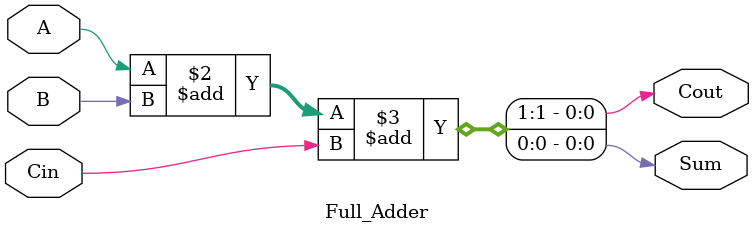
<source format=v>
module Full_Adder (A,B,Cin, Sum ,Cout);

input A,B,Cin;
output Sum, Cout;
reg Sum, Cout;

always @ (A,B,Cin)
begin 

{Cout , Sum} = A + B + Cin;

end
endmodule 
</source>
